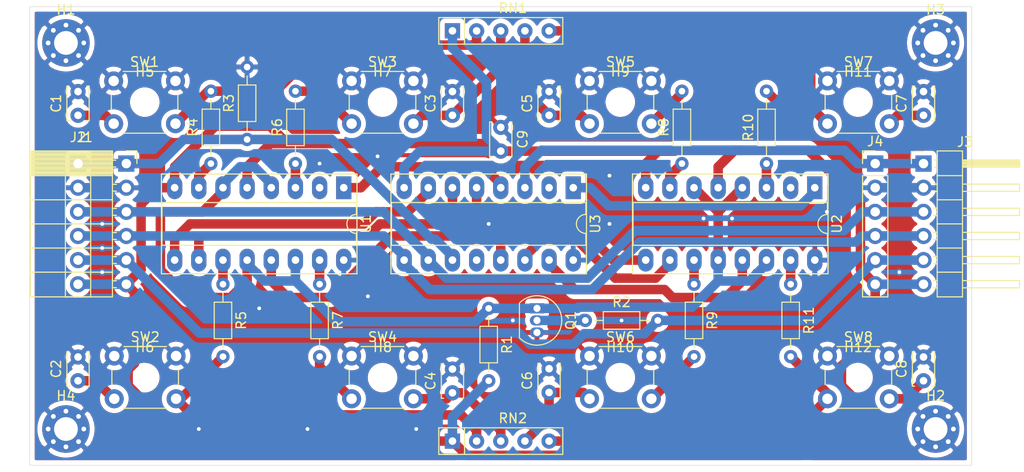
<source format=kicad_pcb>
(kicad_pcb (version 20171130) (host pcbnew "(5.1.5)-3")
  (layers (0 F.Cu signal) (31 B.Cu signal) (34 B.Paste user) (35 F.Paste user) (36 B.SilkS user) (37 F.SilkS user) (38 B.Mask user) (39 F.Mask user) (44 Edge.Cuts user))
  (net 0 "")
  (net 1 GND)
  (net 2 "Net-(C1-Pad1)")
  (net 3 "Net-(C2-Pad1)")
  (net 4 "Net-(C3-Pad1)")
  (net 5 "Net-(C4-Pad1)")
  (net 6 "Net-(C5-Pad1)")
  (net 7 "Net-(C6-Pad1)")
  (net 8 "Net-(C7-Pad1)")
  (net 9 "Net-(C8-Pad1)")
  (net 10 VCC)
  (net 11 /RESET)
  (net 12 /LOAD)
  (net 13 /CLOCK)
  (net 14 /DATA_IN)
  (net 15 /DATA_OUT)
  (net 16 "Net-(Q1-Pad1)")
  (net 17 "Net-(Q1-Pad2)")
  (net 18 "Net-(U1-Pad13)")
  (net 19 "Net-(U1-Pad10)")
  (net 20 "Net-(U1-Pad9)")
  (net 21 "Net-(U1-Pad1)")
  (net 22 "Net-(U2-Pad13)")
  (net 23 "Net-(U2-Pad10)")
  (net 24 "Net-(U2-Pad9)")
  (net 25 "Net-(U2-Pad1)")
  (net 26 "Net-(R4-Pad1)")
  (net 27 "Net-(R5-Pad1)")
  (net 28 "Net-(R6-Pad1)")
  (net 29 "Net-(R7-Pad1)")
  (net 30 "Net-(R8-Pad1)")
  (net 31 "Net-(R9-Pad1)")
  (net 32 "Net-(R10-Pad1)")
  (net 33 "Net-(R11-Pad1)")
  (module Resistor_THT:R_Axial_DIN0204_L3.6mm_D1.6mm_P7.62mm_Horizontal (layer F.Cu) (at 95.25 90.17 270)
    (fp_text reference R9 (at 3.81 -1.92 90) (layer F.SilkS))
    (fp_text value 10k)
    (pad 2 thru_hole oval (at 7.62 0 270) (size 1.4 1.4) (drill 0.7) (layers *.Cu *.Mask) (net 7 "Net-(C6-Pad1)"))
    (pad 1 thru_hole circle (at 0 0 270) (size 1.4 1.4) (drill 0.7) (layers *.Cu *.Mask) (net 31 "Net-(R9-Pad1)"))
  )
  (module Resistor_THT:R_Axial_DIN0204_L3.6mm_D1.6mm_P7.62mm_Horizontal (layer F.Cu) (at 105.41 90.17 270)
    (fp_text reference R11 (at 3.81 -1.92 90) (layer F.SilkS))
    (fp_text value 10k)
    (pad 2 thru_hole oval (at 7.62 0 270) (size 1.4 1.4) (drill 0.7) (layers *.Cu *.Mask) (net 9 "Net-(C8-Pad1)"))
    (pad 1 thru_hole circle (at 0 0 270) (size 1.4 1.4) (drill 0.7) (layers *.Cu *.Mask) (net 33 "Net-(R11-Pad1)"))
  )
  (module Resistor_THT:R_Axial_DIN0204_L3.6mm_D1.6mm_P7.62mm_Horizontal (layer F.Cu) (at 102.87 77.47 90)
    (fp_text reference R10 (at 3.81 -1.92 90) (layer F.SilkS))
    (fp_text value 10k)
    (pad 2 thru_hole oval (at 7.62 0 90) (size 1.4 1.4) (drill 0.7) (layers *.Cu *.Mask) (net 8 "Net-(C7-Pad1)"))
    (pad 1 thru_hole circle (at 0 0 90) (size 1.4 1.4) (drill 0.7) (layers *.Cu *.Mask) (net 32 "Net-(R10-Pad1)"))
  )
  (module Resistor_THT:R_Axial_DIN0204_L3.6mm_D1.6mm_P7.62mm_Horizontal (layer F.Cu) (at 93.98 77.47 90)
    (fp_text reference R8 (at 3.81 -1.92 90) (layer F.SilkS))
    (fp_text value 10k)
    (pad 2 thru_hole oval (at 7.62 0 90) (size 1.4 1.4) (drill 0.7) (layers *.Cu *.Mask) (net 6 "Net-(C5-Pad1)"))
    (pad 1 thru_hole circle (at 0 0 90) (size 1.4 1.4) (drill 0.7) (layers *.Cu *.Mask) (net 30 "Net-(R8-Pad1)"))
  )
  (module Resistor_THT:R_Axial_DIN0204_L3.6mm_D1.6mm_P7.62mm_Horizontal (layer F.Cu) (at 55.88 90.17 270)
    (fp_text reference R7 (at 3.81 -1.92 90) (layer F.SilkS))
    (fp_text value 10k)
    (pad 2 thru_hole oval (at 7.62 0 270) (size 1.4 1.4) (drill 0.7) (layers *.Cu *.Mask) (net 5 "Net-(C4-Pad1)"))
    (pad 1 thru_hole circle (at 0 0 270) (size 1.4 1.4) (drill 0.7) (layers *.Cu *.Mask) (net 29 "Net-(R7-Pad1)"))
  )
  (module Resistor_THT:R_Axial_DIN0204_L3.6mm_D1.6mm_P7.62mm_Horizontal (layer F.Cu) (at 53.34 77.47 90)
    (fp_text reference R6 (at 3.81 -1.92 90) (layer F.SilkS))
    (fp_text value 10k)
    (pad 2 thru_hole oval (at 7.62 0 90) (size 1.4 1.4) (drill 0.7) (layers *.Cu *.Mask) (net 4 "Net-(C3-Pad1)"))
    (pad 1 thru_hole circle (at 0 0 90) (size 1.4 1.4) (drill 0.7) (layers *.Cu *.Mask) (net 28 "Net-(R6-Pad1)"))
  )
  (module Resistor_THT:R_Axial_DIN0204_L3.6mm_D1.6mm_P7.62mm_Horizontal (layer F.Cu) (at 45.72 90.17 270)
    (fp_text reference R5 (at 3.81 -1.92 90) (layer F.SilkS))
    (fp_text value 10k)
    (pad 2 thru_hole oval (at 7.62 0 270) (size 1.4 1.4) (drill 0.7) (layers *.Cu *.Mask) (net 3 "Net-(C2-Pad1)"))
    (pad 1 thru_hole circle (at 0 0 270) (size 1.4 1.4) (drill 0.7) (layers *.Cu *.Mask) (net 27 "Net-(R5-Pad1)"))
  )
  (module Resistor_THT:R_Axial_DIN0204_L3.6mm_D1.6mm_P7.62mm_Horizontal (layer F.Cu) (at 44.45 77.47 90)
    (fp_text reference R4 (at 3.81 -1.92 90) (layer F.SilkS))
    (fp_text value 10k)
    (pad 2 thru_hole oval (at 7.62 0 90) (size 1.4 1.4) (drill 0.7) (layers *.Cu *.Mask) (net 2 "Net-(C1-Pad1)"))
    (pad 1 thru_hole circle (at 0 0 90) (size 1.4 1.4) (drill 0.7) (layers *.Cu *.Mask) (net 26 "Net-(R4-Pad1)"))
  )
  (module Package_DIP:DIP-16_W7.62mm_Socket_LongPads (layer F.Cu) (at 82.55 80.01 270)
    (fp_text reference U3 (at 3.81 -2.33 90) (layer F.SilkS))
    (fp_text value 4014)
    (pad 16 thru_hole oval (at 7.62 0 270) (size 2.4 1.6) (drill 0.8) (layers *.Cu *.Mask) (net 1 GND))
    (pad 8 thru_hole oval (at 0 17.78 270) (size 2.4 1.6) (drill 0.8) (layers *.Cu *.Mask) (net 10 VCC))
    (pad 15 thru_hole oval (at 7.62 2.54 270) (size 2.4 1.6) (drill 0.8) (layers *.Cu *.Mask) (net 22 "Net-(U2-Pad13)"))
    (pad 7 thru_hole oval (at 0 15.24 270) (size 2.4 1.6) (drill 0.8) (layers *.Cu *.Mask) (net 20 "Net-(U1-Pad9)"))
    (pad 14 thru_hole oval (at 7.62 5.08 270) (size 2.4 1.6) (drill 0.8) (layers *.Cu *.Mask) (net 23 "Net-(U2-Pad10)"))
    (pad 6 thru_hole oval (at 0 12.7 270) (size 2.4 1.6) (drill 0.8) (layers *.Cu *.Mask) (net 19 "Net-(U1-Pad10)"))
    (pad 13 thru_hole oval (at 7.62 7.62 270) (size 2.4 1.6) (drill 0.8) (layers *.Cu *.Mask) (net 24 "Net-(U2-Pad9)"))
    (pad 5 thru_hole oval (at 0 10.16 270) (size 2.4 1.6) (drill 0.8) (layers *.Cu *.Mask) (net 18 "Net-(U1-Pad13)"))
    (pad 12 thru_hole oval (at 7.62 10.16 270) (size 2.4 1.6) (drill 0.8) (layers *.Cu *.Mask))
    (pad 4 thru_hole oval (at 0 7.62 270) (size 2.4 1.6) (drill 0.8) (layers *.Cu *.Mask) (net 21 "Net-(U1-Pad1)"))
    (pad 11 thru_hole oval (at 7.62 12.7 270) (size 2.4 1.6) (drill 0.8) (layers *.Cu *.Mask) (net 14 /DATA_IN))
    (pad 3 thru_hole oval (at 0 5.08 270) (size 2.4 1.6) (drill 0.8) (layers *.Cu *.Mask) (net 15 /DATA_OUT))
    (pad 10 thru_hole oval (at 7.62 15.24 270) (size 2.4 1.6) (drill 0.8) (layers *.Cu *.Mask) (net 13 /CLOCK))
    (pad 2 thru_hole oval (at 0 2.54 270) (size 2.4 1.6) (drill 0.8) (layers *.Cu *.Mask))
    (pad 9 thru_hole oval (at 7.62 17.78 270) (size 2.4 1.6) (drill 0.8) (layers *.Cu *.Mask) (net 12 /LOAD))
    (pad 1 thru_hole rect (at 0 0 270) (size 2.4 1.6) (drill 0.8) (layers *.Cu *.Mask) (net 25 "Net-(U2-Pad1)"))
  )
  (module Package_DIP:DIP-16_W7.62mm_Socket_LongPads (layer F.Cu) (at 107.95 80.01 270)
    (fp_text reference U2 (at 3.81 -2.33 90) (layer F.SilkS))
    (fp_text value 4044)
    (pad 16 thru_hole oval (at 7.62 0 270) (size 2.4 1.6) (drill 0.8) (layers *.Cu *.Mask) (net 1 GND))
    (pad 8 thru_hole oval (at 0 17.78 270) (size 2.4 1.6) (drill 0.8) (layers *.Cu *.Mask) (net 10 VCC))
    (pad 15 thru_hole oval (at 7.62 2.54 270) (size 2.4 1.6) (drill 0.8) (layers *.Cu *.Mask) (net 33 "Net-(R11-Pad1)"))
    (pad 7 thru_hole oval (at 0 15.24 270) (size 2.4 1.6) (drill 0.8) (layers *.Cu *.Mask) (net 30 "Net-(R8-Pad1)"))
    (pad 14 thru_hole oval (at 7.62 5.08 270) (size 2.4 1.6) (drill 0.8) (layers *.Cu *.Mask) (net 16 "Net-(Q1-Pad1)"))
    (pad 6 thru_hole oval (at 0 12.7 270) (size 2.4 1.6) (drill 0.8) (layers *.Cu *.Mask) (net 16 "Net-(Q1-Pad1)"))
    (pad 13 thru_hole oval (at 7.62 7.62 270) (size 2.4 1.6) (drill 0.8) (layers *.Cu *.Mask) (net 22 "Net-(U2-Pad13)"))
    (pad 5 thru_hole oval (at 0 10.16 270) (size 2.4 1.6) (drill 0.8) (layers *.Cu *.Mask) (net 10 VCC))
    (pad 12 thru_hole oval (at 7.62 10.16 270) (size 2.4 1.6) (drill 0.8) (layers *.Cu *.Mask) (net 16 "Net-(Q1-Pad1)"))
    (pad 4 thru_hole oval (at 0 7.62 270) (size 2.4 1.6) (drill 0.8) (layers *.Cu *.Mask) (net 16 "Net-(Q1-Pad1)"))
    (pad 11 thru_hole oval (at 7.62 12.7 270) (size 2.4 1.6) (drill 0.8) (layers *.Cu *.Mask) (net 31 "Net-(R9-Pad1)"))
    (pad 3 thru_hole oval (at 0 5.08 270) (size 2.4 1.6) (drill 0.8) (layers *.Cu *.Mask) (net 32 "Net-(R10-Pad1)"))
    (pad 10 thru_hole oval (at 7.62 15.24 270) (size 2.4 1.6) (drill 0.8) (layers *.Cu *.Mask) (net 23 "Net-(U2-Pad10)"))
    (pad 2 thru_hole oval (at 0 2.54 270) (size 2.4 1.6) (drill 0.8) (layers *.Cu *.Mask))
    (pad 9 thru_hole oval (at 7.62 17.78 270) (size 2.4 1.6) (drill 0.8) (layers *.Cu *.Mask) (net 24 "Net-(U2-Pad9)"))
    (pad 1 thru_hole rect (at 0 0 270) (size 2.4 1.6) (drill 0.8) (layers *.Cu *.Mask) (net 25 "Net-(U2-Pad1)"))
  )
  (module Package_DIP:DIP-16_W7.62mm_Socket_LongPads (layer F.Cu) (at 58.42 80.01 270)
    (fp_text reference U1 (at 3.81 -2.33 90) (layer F.SilkS))
    (fp_text value 4044)
    (pad 16 thru_hole oval (at 7.62 0 270) (size 2.4 1.6) (drill 0.8) (layers *.Cu *.Mask) (net 1 GND))
    (pad 8 thru_hole oval (at 0 17.78 270) (size 2.4 1.6) (drill 0.8) (layers *.Cu *.Mask) (net 10 VCC))
    (pad 15 thru_hole oval (at 7.62 2.54 270) (size 2.4 1.6) (drill 0.8) (layers *.Cu *.Mask) (net 29 "Net-(R7-Pad1)"))
    (pad 7 thru_hole oval (at 0 15.24 270) (size 2.4 1.6) (drill 0.8) (layers *.Cu *.Mask) (net 26 "Net-(R4-Pad1)"))
    (pad 14 thru_hole oval (at 7.62 5.08 270) (size 2.4 1.6) (drill 0.8) (layers *.Cu *.Mask) (net 16 "Net-(Q1-Pad1)"))
    (pad 6 thru_hole oval (at 0 12.7 270) (size 2.4 1.6) (drill 0.8) (layers *.Cu *.Mask) (net 16 "Net-(Q1-Pad1)"))
    (pad 13 thru_hole oval (at 7.62 7.62 270) (size 2.4 1.6) (drill 0.8) (layers *.Cu *.Mask) (net 18 "Net-(U1-Pad13)"))
    (pad 5 thru_hole oval (at 0 10.16 270) (size 2.4 1.6) (drill 0.8) (layers *.Cu *.Mask) (net 10 VCC))
    (pad 12 thru_hole oval (at 7.62 10.16 270) (size 2.4 1.6) (drill 0.8) (layers *.Cu *.Mask) (net 16 "Net-(Q1-Pad1)"))
    (pad 4 thru_hole oval (at 0 7.62 270) (size 2.4 1.6) (drill 0.8) (layers *.Cu *.Mask) (net 16 "Net-(Q1-Pad1)"))
    (pad 11 thru_hole oval (at 7.62 12.7 270) (size 2.4 1.6) (drill 0.8) (layers *.Cu *.Mask) (net 27 "Net-(R5-Pad1)"))
    (pad 3 thru_hole oval (at 0 5.08 270) (size 2.4 1.6) (drill 0.8) (layers *.Cu *.Mask) (net 28 "Net-(R6-Pad1)"))
    (pad 10 thru_hole oval (at 7.62 15.24 270) (size 2.4 1.6) (drill 0.8) (layers *.Cu *.Mask) (net 19 "Net-(U1-Pad10)"))
    (pad 2 thru_hole oval (at 0 2.54 270) (size 2.4 1.6) (drill 0.8) (layers *.Cu *.Mask))
    (pad 9 thru_hole oval (at 7.62 17.78 270) (size 2.4 1.6) (drill 0.8) (layers *.Cu *.Mask) (net 20 "Net-(U1-Pad9)"))
    (pad 1 thru_hole rect (at 0 0 270) (size 2.4 1.6) (drill 0.8) (layers *.Cu *.Mask) (net 21 "Net-(U1-Pad1)"))
  )
  (module Resistor_THT:R_Array_SIP5 (layer F.Cu) (at 69.85 106.68)
    (fp_text reference RN2 (at 6.35 -2.4) (layer F.SilkS))
    (fp_text value 100k)
    (pad 5 thru_hole oval (at 10.16 0) (size 1.6 1.6) (drill 0.8) (layers *.Cu *.Mask) (net 9 "Net-(C8-Pad1)"))
    (pad 4 thru_hole oval (at 7.62 0) (size 1.6 1.6) (drill 0.8) (layers *.Cu *.Mask) (net 7 "Net-(C6-Pad1)"))
    (pad 3 thru_hole oval (at 5.08 0) (size 1.6 1.6) (drill 0.8) (layers *.Cu *.Mask) (net 5 "Net-(C4-Pad1)"))
    (pad 2 thru_hole oval (at 2.54 0) (size 1.6 1.6) (drill 0.8) (layers *.Cu *.Mask) (net 3 "Net-(C2-Pad1)"))
    (pad 1 thru_hole rect (at 0 0) (size 1.6 1.6) (drill 0.8) (layers *.Cu *.Mask) (net 10 VCC))
  )
  (module Resistor_THT:R_Array_SIP5 (layer F.Cu) (at 69.85 63.5)
    (fp_text reference RN1 (at 6.35 -2.4) (layer F.SilkS))
    (fp_text value 100k)
    (pad 5 thru_hole oval (at 10.16 0) (size 1.6 1.6) (drill 0.8) (layers *.Cu *.Mask) (net 8 "Net-(C7-Pad1)"))
    (pad 4 thru_hole oval (at 7.62 0) (size 1.6 1.6) (drill 0.8) (layers *.Cu *.Mask) (net 6 "Net-(C5-Pad1)"))
    (pad 3 thru_hole oval (at 5.08 0) (size 1.6 1.6) (drill 0.8) (layers *.Cu *.Mask) (net 4 "Net-(C3-Pad1)"))
    (pad 2 thru_hole oval (at 2.54 0) (size 1.6 1.6) (drill 0.8) (layers *.Cu *.Mask) (net 2 "Net-(C1-Pad1)"))
    (pad 1 thru_hole rect (at 0 0) (size 1.6 1.6) (drill 0.8) (layers *.Cu *.Mask) (net 10 VCC))
  )
  (module MountingHole:MountingHole_2.1mm (layer F.Cu) (at 112.5 100)
    (fp_text reference H12 (at 0 -3.2) (layer F.SilkS))
    (fp_text value MountingHole)
    (pad "" np_thru_hole circle (at 0 0) (size 2.1 2.1) (drill 2.1) (layers *.Cu *.Mask))
  )
  (module MountingHole:MountingHole_2.1mm (layer F.Cu) (at 112.5 71)
    (fp_text reference H11 (at 0 -3.2) (layer F.SilkS))
    (fp_text value MountingHole)
    (pad "" np_thru_hole circle (at 0 0) (size 2.1 2.1) (drill 2.1) (layers *.Cu *.Mask))
  )
  (module MountingHole:MountingHole_2.1mm (layer F.Cu) (at 87.5 100)
    (fp_text reference H10 (at 0 -3.2) (layer F.SilkS))
    (fp_text value MountingHole)
    (pad "" np_thru_hole circle (at 0 0) (size 2.1 2.1) (drill 2.1) (layers *.Cu *.Mask))
  )
  (module MountingHole:MountingHole_2.1mm (layer F.Cu) (at 87.5 71)
    (fp_text reference H9 (at 0 -3.2) (layer F.SilkS))
    (fp_text value MountingHole)
    (pad "" np_thru_hole circle (at 0 0) (size 2.1 2.1) (drill 2.1) (layers *.Cu *.Mask))
  )
  (module MountingHole:MountingHole_2.1mm (layer F.Cu) (at 62.5 100)
    (fp_text reference H8 (at 0 -3.2) (layer F.SilkS))
    (fp_text value MountingHole)
    (pad "" np_thru_hole circle (at 0 0) (size 2.1 2.1) (drill 2.1) (layers *.Cu *.Mask))
  )
  (module MountingHole:MountingHole_2.1mm (layer F.Cu) (at 62.5 71)
    (fp_text reference H7 (at 0 -3.2) (layer F.SilkS))
    (fp_text value MountingHole)
    (pad "" np_thru_hole circle (at 0 0) (size 2.1 2.1) (drill 2.1) (layers *.Cu *.Mask))
  )
  (module MountingHole:MountingHole_2.1mm (layer F.Cu) (at 37.5 100)
    (fp_text reference H6 (at 0 -3.2) (layer F.SilkS))
    (fp_text value MountingHole)
    (pad "" np_thru_hole circle (at 0 0) (size 2.1 2.1) (drill 2.1) (layers *.Cu *.Mask))
  )
  (module MountingHole:MountingHole_2.1mm (layer F.Cu) (at 37.5 71)
    (fp_text reference H5 (at 0 -3.2) (layer F.SilkS))
    (fp_text value MountingHole)
    (pad "" np_thru_hole circle (at 0 0) (size 2.1 2.1) (drill 2.1) (layers *.Cu *.Mask))
  )
  (module Button_Switch_THT:SW_PUSH_6mm (layer F.Cu) (at 109.2835 97.7265)
    (fp_text reference SW8 (at 3.25 -2) (layer F.SilkS))
    (fp_text value SW_Push)
    (pad 1 thru_hole circle (at 6.5 0 90) (size 2 2) (drill 1.1) (layers *.Cu *.Mask) (net 1 GND))
    (pad 2 thru_hole circle (at 6.5 4.5 90) (size 2 2) (drill 1.1) (layers *.Cu *.Mask) (net 9 "Net-(C8-Pad1)"))
    (pad 1 thru_hole circle (at 0 0 90) (size 2 2) (drill 1.1) (layers *.Cu *.Mask) (net 1 GND))
    (pad 2 thru_hole circle (at 0 4.5 90) (size 2 2) (drill 1.1) (layers *.Cu *.Mask) (net 9 "Net-(C8-Pad1)"))
  )
  (module Button_Switch_THT:SW_PUSH_6mm (layer F.Cu) (at 109.2835 68.7705)
    (fp_text reference SW7 (at 3.25 -2) (layer F.SilkS))
    (fp_text value SW_Push)
    (pad 1 thru_hole circle (at 6.5 0 90) (size 2 2) (drill 1.1) (layers *.Cu *.Mask) (net 1 GND))
    (pad 2 thru_hole circle (at 6.5 4.5 90) (size 2 2) (drill 1.1) (layers *.Cu *.Mask) (net 8 "Net-(C7-Pad1)"))
    (pad 1 thru_hole circle (at 0 0 90) (size 2 2) (drill 1.1) (layers *.Cu *.Mask) (net 1 GND))
    (pad 2 thru_hole circle (at 0 4.5 90) (size 2 2) (drill 1.1) (layers *.Cu *.Mask) (net 8 "Net-(C7-Pad1)"))
  )
  (module Button_Switch_THT:SW_PUSH_6mm (layer F.Cu) (at 84.2645 97.7265)
    (fp_text reference SW6 (at 3.25 -2) (layer F.SilkS))
    (fp_text value SW_Push)
    (pad 1 thru_hole circle (at 6.5 0 90) (size 2 2) (drill 1.1) (layers *.Cu *.Mask) (net 1 GND))
    (pad 2 thru_hole circle (at 6.5 4.5 90) (size 2 2) (drill 1.1) (layers *.Cu *.Mask) (net 7 "Net-(C6-Pad1)"))
    (pad 1 thru_hole circle (at 0 0 90) (size 2 2) (drill 1.1) (layers *.Cu *.Mask) (net 1 GND))
    (pad 2 thru_hole circle (at 0 4.5 90) (size 2 2) (drill 1.1) (layers *.Cu *.Mask) (net 7 "Net-(C6-Pad1)"))
  )
  (module Button_Switch_THT:SW_PUSH_6mm (layer F.Cu) (at 84.2645 68.7705)
    (fp_text reference SW5 (at 3.25 -2) (layer F.SilkS))
    (fp_text value SW_Push)
    (pad 1 thru_hole circle (at 6.5 0 90) (size 2 2) (drill 1.1) (layers *.Cu *.Mask) (net 1 GND))
    (pad 2 thru_hole circle (at 6.5 4.5 90) (size 2 2) (drill 1.1) (layers *.Cu *.Mask) (net 6 "Net-(C5-Pad1)"))
    (pad 1 thru_hole circle (at 0 0 90) (size 2 2) (drill 1.1) (layers *.Cu *.Mask) (net 1 GND))
    (pad 2 thru_hole circle (at 0 4.5 90) (size 2 2) (drill 1.1) (layers *.Cu *.Mask) (net 6 "Net-(C5-Pad1)"))
  )
  (module Button_Switch_THT:SW_PUSH_6mm (layer F.Cu) (at 59.2455 97.7265)
    (fp_text reference SW4 (at 3.25 -2) (layer F.SilkS))
    (fp_text value SW_Push)
    (pad 1 thru_hole circle (at 6.5 0 90) (size 2 2) (drill 1.1) (layers *.Cu *.Mask) (net 1 GND))
    (pad 2 thru_hole circle (at 6.5 4.5 90) (size 2 2) (drill 1.1) (layers *.Cu *.Mask) (net 5 "Net-(C4-Pad1)"))
    (pad 1 thru_hole circle (at 0 0 90) (size 2 2) (drill 1.1) (layers *.Cu *.Mask) (net 1 GND))
    (pad 2 thru_hole circle (at 0 4.5 90) (size 2 2) (drill 1.1) (layers *.Cu *.Mask) (net 5 "Net-(C4-Pad1)"))
  )
  (module Button_Switch_THT:SW_PUSH_6mm (layer F.Cu) (at 59.2455 68.7705)
    (fp_text reference SW3 (at 3.25 -2) (layer F.SilkS))
    (fp_text value SW_Push)
    (pad 1 thru_hole circle (at 6.5 0 90) (size 2 2) (drill 1.1) (layers *.Cu *.Mask) (net 1 GND))
    (pad 2 thru_hole circle (at 6.5 4.5 90) (size 2 2) (drill 1.1) (layers *.Cu *.Mask) (net 4 "Net-(C3-Pad1)"))
    (pad 1 thru_hole circle (at 0 0 90) (size 2 2) (drill 1.1) (layers *.Cu *.Mask) (net 1 GND))
    (pad 2 thru_hole circle (at 0 4.5 90) (size 2 2) (drill 1.1) (layers *.Cu *.Mask) (net 4 "Net-(C3-Pad1)"))
  )
  (module Button_Switch_THT:SW_PUSH_6mm (layer F.Cu) (at 34.29 97.7265)
    (fp_text reference SW2 (at 3.25 -2) (layer F.SilkS))
    (fp_text value SW_Push)
    (pad 1 thru_hole circle (at 6.5 0 90) (size 2 2) (drill 1.1) (layers *.Cu *.Mask) (net 1 GND))
    (pad 2 thru_hole circle (at 6.5 4.5 90) (size 2 2) (drill 1.1) (layers *.Cu *.Mask) (net 3 "Net-(C2-Pad1)"))
    (pad 1 thru_hole circle (at 0 0 90) (size 2 2) (drill 1.1) (layers *.Cu *.Mask) (net 1 GND))
    (pad 2 thru_hole circle (at 0 4.5 90) (size 2 2) (drill 1.1) (layers *.Cu *.Mask) (net 3 "Net-(C2-Pad1)"))
  )
  (module Button_Switch_THT:SW_PUSH_6mm (layer F.Cu) (at 34.2265 68.7705)
    (fp_text reference SW1 (at 3.25 -2) (layer F.SilkS))
    (fp_text value SW_Push)
    (pad 1 thru_hole circle (at 6.5 0 90) (size 2 2) (drill 1.1) (layers *.Cu *.Mask) (net 1 GND))
    (pad 2 thru_hole circle (at 6.5 4.5 90) (size 2 2) (drill 1.1) (layers *.Cu *.Mask) (net 2 "Net-(C1-Pad1)"))
    (pad 1 thru_hole circle (at 0 0 90) (size 2 2) (drill 1.1) (layers *.Cu *.Mask) (net 1 GND))
    (pad 2 thru_hole circle (at 0 4.5 90) (size 2 2) (drill 1.1) (layers *.Cu *.Mask) (net 2 "Net-(C1-Pad1)"))
  )
  (module Resistor_THT:R_Axial_DIN0204_L3.6mm_D1.6mm_P7.62mm_Horizontal (layer F.Cu) (at 48.26 74.93 90)
    (fp_text reference R3 (at 3.81 -1.92 90) (layer F.SilkS))
    (fp_text value 100k)
    (pad 2 thru_hole oval (at 7.62 0 90) (size 1.4 1.4) (drill 0.7) (layers *.Cu *.Mask) (net 1 GND))
    (pad 1 thru_hole circle (at 0 0 90) (size 1.4 1.4) (drill 0.7) (layers *.Cu *.Mask) (net 14 /DATA_IN))
  )
  (module Resistor_THT:R_Axial_DIN0204_L3.6mm_D1.6mm_P7.62mm_Horizontal (layer F.Cu) (at 83.82 93.98)
    (fp_text reference R2 (at 3.81 -1.92) (layer F.SilkS))
    (fp_text value 10k)
    (pad 2 thru_hole oval (at 7.62 0) (size 1.4 1.4) (drill 0.7) (layers *.Cu *.Mask) (net 11 /RESET))
    (pad 1 thru_hole circle (at 0 0) (size 1.4 1.4) (drill 0.7) (layers *.Cu *.Mask) (net 17 "Net-(Q1-Pad2)"))
  )
  (module Resistor_THT:R_Axial_DIN0204_L3.6mm_D1.6mm_P7.62mm_Horizontal (layer F.Cu) (at 73.66 92.71 270)
    (fp_text reference R1 (at 3.81 -1.92 90) (layer F.SilkS))
    (fp_text value 10k)
    (pad 2 thru_hole oval (at 7.62 0 270) (size 1.4 1.4) (drill 0.7) (layers *.Cu *.Mask) (net 10 VCC))
    (pad 1 thru_hole circle (at 0 0 270) (size 1.4 1.4) (drill 0.7) (layers *.Cu *.Mask) (net 16 "Net-(Q1-Pad1)"))
  )
  (module Package_TO_SOT_THT:TO-92_Inline (layer F.Cu) (at 78.74 92.71 270)
    (fp_text reference Q1 (at 1.27 -3.56 90) (layer F.SilkS))
    (fp_text value BC237)
    (pad 1 thru_hole rect (at 0 0 270) (size 1.05 1.5) (drill 0.75) (layers *.Cu *.Mask) (net 16 "Net-(Q1-Pad1)"))
    (pad 3 thru_hole oval (at 2.54 0 270) (size 1.05 1.5) (drill 0.75) (layers *.Cu *.Mask) (net 1 GND))
    (pad 2 thru_hole oval (at 1.27 0 270) (size 1.05 1.5) (drill 0.75) (layers *.Cu *.Mask) (net 17 "Net-(Q1-Pad2)"))
  )
  (module Connector_PinHeader_2.54mm:PinHeader_1x06_P2.54mm_Vertical (layer F.Cu) (at 114.3 77.47)
    (fp_text reference J4 (at 0 -2.33) (layer F.SilkS))
    (fp_text value S88_Out_Plug)
    (pad 6 thru_hole oval (at 0 12.7) (size 1.7 1.7) (drill 1) (layers *.Cu *.Mask) (net 10 VCC))
    (pad 5 thru_hole oval (at 0 10.16) (size 1.7 1.7) (drill 1) (layers *.Cu *.Mask) (net 11 /RESET))
    (pad 4 thru_hole oval (at 0 7.62) (size 1.7 1.7) (drill 1) (layers *.Cu *.Mask) (net 12 /LOAD))
    (pad 3 thru_hole oval (at 0 5.08) (size 1.7 1.7) (drill 1) (layers *.Cu *.Mask) (net 13 /CLOCK))
    (pad 2 thru_hole oval (at 0 2.54) (size 1.7 1.7) (drill 1) (layers *.Cu *.Mask) (net 1 GND))
    (pad 1 thru_hole rect (at 0 0) (size 1.7 1.7) (drill 1) (layers *.Cu *.Mask) (net 15 /DATA_OUT))
  )
  (module Connector_PinHeader_2.54mm:PinHeader_1x06_P2.54mm_Horizontal (layer F.Cu) (at 119.38 77.47)
    (fp_text reference J3 (at 4.385 -2.27) (layer F.SilkS))
    (fp_text value S88_Out_Header)
    (pad 6 thru_hole oval (at 0 12.7) (size 1.7 1.7) (drill 1) (layers *.Cu *.Mask) (net 10 VCC))
    (pad 5 thru_hole oval (at 0 10.16) (size 1.7 1.7) (drill 1) (layers *.Cu *.Mask) (net 11 /RESET))
    (pad 4 thru_hole oval (at 0 7.62) (size 1.7 1.7) (drill 1) (layers *.Cu *.Mask) (net 12 /LOAD))
    (pad 3 thru_hole oval (at 0 5.08) (size 1.7 1.7) (drill 1) (layers *.Cu *.Mask) (net 13 /CLOCK))
    (pad 2 thru_hole oval (at 0 2.54) (size 1.7 1.7) (drill 1) (layers *.Cu *.Mask) (net 1 GND))
    (pad 1 thru_hole rect (at 0 0) (size 1.7 1.7) (drill 1) (layers *.Cu *.Mask) (net 15 /DATA_OUT))
  )
  (module Connector_PinSocket_2.54mm:PinSocket_1x06_P2.54mm_Vertical (layer F.Cu) (at 30.48 77.47)
    (fp_text reference J2 (at 0 -2.77) (layer F.SilkS))
    (fp_text value S88_In_Plug)
    (pad 6 thru_hole oval (at 0 12.7) (size 1.7 1.7) (drill 1) (layers *.Cu *.Mask) (net 10 VCC))
    (pad 5 thru_hole oval (at 0 10.16) (size 1.7 1.7) (drill 1) (layers *.Cu *.Mask) (net 11 /RESET))
    (pad 4 thru_hole oval (at 0 7.62) (size 1.7 1.7) (drill 1) (layers *.Cu *.Mask) (net 12 /LOAD))
    (pad 3 thru_hole oval (at 0 5.08) (size 1.7 1.7) (drill 1) (layers *.Cu *.Mask) (net 13 /CLOCK))
    (pad 2 thru_hole oval (at 0 2.54) (size 1.7 1.7) (drill 1) (layers *.Cu *.Mask) (net 1 GND))
    (pad 1 thru_hole rect (at 0 0) (size 1.7 1.7) (drill 1) (layers *.Cu *.Mask) (net 14 /DATA_IN))
  )
  (module Connector_PinSocket_2.54mm:PinSocket_1x06_P2.54mm_Horizontal (layer F.Cu) (at 35.56 77.47)
    (fp_text reference J1 (at -4.38 -2.77) (layer F.SilkS))
    (fp_text value S88_In_Header)
    (pad 6 thru_hole oval (at 0 12.7) (size 1.7 1.7) (drill 1) (layers *.Cu *.Mask) (net 10 VCC))
    (pad 5 thru_hole oval (at 0 10.16) (size 1.7 1.7) (drill 1) (layers *.Cu *.Mask) (net 11 /RESET))
    (pad 4 thru_hole oval (at 0 7.62) (size 1.7 1.7) (drill 1) (layers *.Cu *.Mask) (net 12 /LOAD))
    (pad 3 thru_hole oval (at 0 5.08) (size 1.7 1.7) (drill 1) (layers *.Cu *.Mask) (net 13 /CLOCK))
    (pad 2 thru_hole oval (at 0 2.54) (size 1.7 1.7) (drill 1) (layers *.Cu *.Mask) (net 1 GND))
    (pad 1 thru_hole rect (at 0 0) (size 1.7 1.7) (drill 1) (layers *.Cu *.Mask) (net 14 /DATA_IN))
  )
  (module MountingHole:MountingHole_2.5mm_Pad_Via (layer F.Cu) (at 29.21 105.41)
    (fp_text reference H4 (at 0 -3.5) (layer F.SilkS))
    (fp_text value MountingHole_Pad)
    (pad 1 thru_hole circle (at 1.325825 -1.325825) (size 0.8 0.8) (drill 0.5) (layers *.Cu *.Mask) (net 1 GND))
    (pad 1 thru_hole circle (at 0 -1.875) (size 0.8 0.8) (drill 0.5) (layers *.Cu *.Mask) (net 1 GND))
    (pad 1 thru_hole circle (at -1.325825 -1.325825) (size 0.8 0.8) (drill 0.5) (layers *.Cu *.Mask) (net 1 GND))
    (pad 1 thru_hole circle (at -1.875 0) (size 0.8 0.8) (drill 0.5) (layers *.Cu *.Mask) (net 1 GND))
    (pad 1 thru_hole circle (at -1.325825 1.325825) (size 0.8 0.8) (drill 0.5) (layers *.Cu *.Mask) (net 1 GND))
    (pad 1 thru_hole circle (at 0 1.875) (size 0.8 0.8) (drill 0.5) (layers *.Cu *.Mask) (net 1 GND))
    (pad 1 thru_hole circle (at 1.325825 1.325825) (size 0.8 0.8) (drill 0.5) (layers *.Cu *.Mask) (net 1 GND))
    (pad 1 thru_hole circle (at 1.875 0) (size 0.8 0.8) (drill 0.5) (layers *.Cu *.Mask) (net 1 GND))
    (pad 1 thru_hole circle (at 0 0) (size 5 5) (drill 2.5) (layers *.Cu *.Mask) (net 1 GND))
  )
  (module MountingHole:MountingHole_2.5mm_Pad_Via (layer F.Cu) (at 120.65 64.77)
    (fp_text reference H3 (at 0 -3.5) (layer F.SilkS))
    (fp_text value MountingHole_Pad)
    (pad 1 thru_hole circle (at 1.325825 -1.325825) (size 0.8 0.8) (drill 0.5) (layers *.Cu *.Mask) (net 1 GND))
    (pad 1 thru_hole circle (at 0 -1.875) (size 0.8 0.8) (drill 0.5) (layers *.Cu *.Mask) (net 1 GND))
    (pad 1 thru_hole circle (at -1.325825 -1.325825) (size 0.8 0.8) (drill 0.5) (layers *.Cu *.Mask) (net 1 GND))
    (pad 1 thru_hole circle (at -1.875 0) (size 0.8 0.8) (drill 0.5) (layers *.Cu *.Mask) (net 1 GND))
    (pad 1 thru_hole circle (at -1.325825 1.325825) (size 0.8 0.8) (drill 0.5) (layers *.Cu *.Mask) (net 1 GND))
    (pad 1 thru_hole circle (at 0 1.875) (size 0.8 0.8) (drill 0.5) (layers *.Cu *.Mask) (net 1 GND))
    (pad 1 thru_hole circle (at 1.325825 1.325825) (size 0.8 0.8) (drill 0.5) (layers *.Cu *.Mask) (net 1 GND))
    (pad 1 thru_hole circle (at 1.875 0) (size 0.8 0.8) (drill 0.5) (layers *.Cu *.Mask) (net 1 GND))
    (pad 1 thru_hole circle (at 0 0) (size 5 5) (drill 2.5) (layers *.Cu *.Mask) (net 1 GND))
  )
  (module MountingHole:MountingHole_2.5mm_Pad_Via (layer F.Cu) (at 120.65 105.41)
    (fp_text reference H2 (at 0 -3.5) (layer F.SilkS))
    (fp_text value MountingHole_Pad)
    (pad 1 thru_hole circle (at 1.325825 -1.325825) (size 0.8 0.8) (drill 0.5) (layers *.Cu *.Mask) (net 1 GND))
    (pad 1 thru_hole circle (at 0 -1.875) (size 0.8 0.8) (drill 0.5) (layers *.Cu *.Mask) (net 1 GND))
    (pad 1 thru_hole circle (at -1.325825 -1.325825) (size 0.8 0.8) (drill 0.5) (layers *.Cu *.Mask) (net 1 GND))
    (pad 1 thru_hole circle (at -1.875 0) (size 0.8 0.8) (drill 0.5) (layers *.Cu *.Mask) (net 1 GND))
    (pad 1 thru_hole circle (at -1.325825 1.325825) (size 0.8 0.8) (drill 0.5) (layers *.Cu *.Mask) (net 1 GND))
    (pad 1 thru_hole circle (at 0 1.875) (size 0.8 0.8) (drill 0.5) (layers *.Cu *.Mask) (net 1 GND))
    (pad 1 thru_hole circle (at 1.325825 1.325825) (size 0.8 0.8) (drill 0.5) (layers *.Cu *.Mask) (net 1 GND))
    (pad 1 thru_hole circle (at 1.875 0) (size 0.8 0.8) (drill 0.5) (layers *.Cu *.Mask) (net 1 GND))
    (pad 1 thru_hole circle (at 0 0) (size 5 5) (drill 2.5) (layers *.Cu *.Mask) (net 1 GND))
  )
  (module MountingHole:MountingHole_2.5mm_Pad_Via (layer F.Cu) (at 29.21 64.77)
    (fp_text reference H1 (at 0 -3.5) (layer F.SilkS))
    (fp_text value MountingHole_Pad)
    (pad 1 thru_hole circle (at 1.325825 -1.325825) (size 0.8 0.8) (drill 0.5) (layers *.Cu *.Mask) (net 1 GND))
    (pad 1 thru_hole circle (at 0 -1.875) (size 0.8 0.8) (drill 0.5) (layers *.Cu *.Mask) (net 1 GND))
    (pad 1 thru_hole circle (at -1.325825 -1.325825) (size 0.8 0.8) (drill 0.5) (layers *.Cu *.Mask) (net 1 GND))
    (pad 1 thru_hole circle (at -1.875 0) (size 0.8 0.8) (drill 0.5) (layers *.Cu *.Mask) (net 1 GND))
    (pad 1 thru_hole circle (at -1.325825 1.325825) (size 0.8 0.8) (drill 0.5) (layers *.Cu *.Mask) (net 1 GND))
    (pad 1 thru_hole circle (at 0 1.875) (size 0.8 0.8) (drill 0.5) (layers *.Cu *.Mask) (net 1 GND))
    (pad 1 thru_hole circle (at 1.325825 1.325825) (size 0.8 0.8) (drill 0.5) (layers *.Cu *.Mask) (net 1 GND))
    (pad 1 thru_hole circle (at 1.875 0) (size 0.8 0.8) (drill 0.5) (layers *.Cu *.Mask) (net 1 GND))
    (pad 1 thru_hole circle (at 0 0) (size 5 5) (drill 2.5) (layers *.Cu *.Mask) (net 1 GND))
  )
  (module Capacitor_THT:C_Disc_D3.4mm_W2.1mm_P2.50mm (layer F.Cu) (at 74.93 73.66 270)
    (fp_text reference C9 (at 1.25 -2.3 90) (layer F.SilkS))
    (fp_text value 100n)
    (pad 2 thru_hole circle (at 2.5 0 270) (size 1.6 1.6) (drill 0.8) (layers *.Cu *.Mask) (net 10 VCC))
    (pad 1 thru_hole circle (at 0 0 270) (size 1.6 1.6) (drill 0.8) (layers *.Cu *.Mask) (net 1 GND))
  )
  (module Capacitor_THT:C_Disc_D3.4mm_W2.1mm_P2.50mm (layer F.Cu) (at 119.38 100.33 90)
    (fp_text reference C8 (at 1.25 -2.3 90) (layer F.SilkS))
    (fp_text value 10n)
    (pad 2 thru_hole circle (at 2.5 0 90) (size 1.6 1.6) (drill 0.8) (layers *.Cu *.Mask) (net 1 GND))
    (pad 1 thru_hole circle (at 0 0 90) (size 1.6 1.6) (drill 0.8) (layers *.Cu *.Mask) (net 9 "Net-(C8-Pad1)"))
  )
  (module Capacitor_THT:C_Disc_D3.4mm_W2.1mm_P2.50mm (layer F.Cu) (at 119.38 72.39 90)
    (fp_text reference C7 (at 1.25 -2.3 90) (layer F.SilkS))
    (fp_text value 10n)
    (pad 2 thru_hole circle (at 2.5 0 90) (size 1.6 1.6) (drill 0.8) (layers *.Cu *.Mask) (net 1 GND))
    (pad 1 thru_hole circle (at 0 0 90) (size 1.6 1.6) (drill 0.8) (layers *.Cu *.Mask) (net 8 "Net-(C7-Pad1)"))
  )
  (module Capacitor_THT:C_Disc_D3.4mm_W2.1mm_P2.50mm (layer F.Cu) (at 80.01 101.56 90)
    (fp_text reference C6 (at 1.25 -2.3 90) (layer F.SilkS))
    (fp_text value 10n)
    (pad 2 thru_hole circle (at 2.5 0 90) (size 1.6 1.6) (drill 0.8) (layers *.Cu *.Mask) (net 1 GND))
    (pad 1 thru_hole circle (at 0 0 90) (size 1.6 1.6) (drill 0.8) (layers *.Cu *.Mask) (net 7 "Net-(C6-Pad1)"))
  )
  (module Capacitor_THT:C_Disc_D3.4mm_W2.1mm_P2.50mm (layer F.Cu) (at 80.01 72.39 90)
    (fp_text reference C5 (at 1.25 -2.3 90) (layer F.SilkS))
    (fp_text value 10n)
    (pad 2 thru_hole circle (at 2.5 0 90) (size 1.6 1.6) (drill 0.8) (layers *.Cu *.Mask) (net 1 GND))
    (pad 1 thru_hole circle (at 0 0 90) (size 1.6 1.6) (drill 0.8) (layers *.Cu *.Mask) (net 6 "Net-(C5-Pad1)"))
  )
  (module Capacitor_THT:C_Disc_D3.4mm_W2.1mm_P2.50mm (layer F.Cu) (at 69.85 101.6 90)
    (fp_text reference C4 (at 1.25 -2.3 90) (layer F.SilkS))
    (fp_text value 10n)
    (pad 2 thru_hole circle (at 2.5 0 90) (size 1.6 1.6) (drill 0.8) (layers *.Cu *.Mask) (net 1 GND))
    (pad 1 thru_hole circle (at 0 0 90) (size 1.6 1.6) (drill 0.8) (layers *.Cu *.Mask) (net 5 "Net-(C4-Pad1)"))
  )
  (module Capacitor_THT:C_Disc_D3.4mm_W2.1mm_P2.50mm (layer F.Cu) (at 69.85 72.39 90)
    (fp_text reference C3 (at 1.25 -2.3 90) (layer F.SilkS))
    (fp_text value 10n)
    (pad 2 thru_hole circle (at 2.5 0 90) (size 1.6 1.6) (drill 0.8) (layers *.Cu *.Mask) (net 1 GND))
    (pad 1 thru_hole circle (at 0 0 90) (size 1.6 1.6) (drill 0.8) (layers *.Cu *.Mask) (net 4 "Net-(C3-Pad1)"))
  )
  (module Capacitor_THT:C_Disc_D3.4mm_W2.1mm_P2.50mm (layer F.Cu) (at 30.48 100.33 90)
    (fp_text reference C2 (at 1.25 -2.3 90) (layer F.SilkS))
    (fp_text value 10n)
    (pad 2 thru_hole circle (at 2.5 0 90) (size 1.6 1.6) (drill 0.8) (layers *.Cu *.Mask) (net 1 GND))
    (pad 1 thru_hole circle (at 0 0 90) (size 1.6 1.6) (drill 0.8) (layers *.Cu *.Mask) (net 3 "Net-(C2-Pad1)"))
  )
  (module Capacitor_THT:C_Disc_D3.4mm_W2.1mm_P2.50mm (layer F.Cu) (at 30.48 72.39 90)
    (fp_text reference C1 (at 1.25 -2.3 90) (layer F.SilkS))
    (fp_text value 10n)
    (pad 2 thru_hole circle (at 2.5 0 90) (size 1.6 1.6) (drill 0.8) (layers *.Cu *.Mask) (net 1 GND))
    (pad 1 thru_hole circle (at 0 0 90) (size 1.6 1.6) (drill 0.8) (layers *.Cu *.Mask) (net 2 "Net-(C1-Pad1)"))
  )
  (gr_line (start 25.4 60.96) (end 25.4 109.22) (layer Edge.Cuts) (width 0.05))
  (gr_line (start 124.46 60.96) (end 25.4 60.96) (layer Edge.Cuts) (width 0.05))
  (gr_line (start 124.46 109.22) (end 124.46 60.96) (layer Edge.Cuts) (width 0.05))
  (gr_line (start 25.4 109.22) (end 124.46 109.22) (layer Edge.Cuts) (width 0.05))
  (via (at 76.2 93.98) (size 0.8) (drill 0.4) (layers F.Cu B.Cu) (net 1))
  (segment (start 30.48 80.01) (end 35.56 80.01) (width 1) (layer B.Cu) (net 1))
  (segment (start 114.3 80.01) (end 119.38 80.01) (width 1) (layer B.Cu) (net 1))
  (via (at 60.96 91.44) (size 0.8) (drill 0.4) (layers F.Cu B.Cu) (net 1))
  (via (at 86.36 78.74) (size 0.8) (drill 0.4) (layers F.Cu B.Cu) (net 1))
  (via (at 73.66 83.82) (size 0.8) (drill 0.4) (layers F.Cu B.Cu) (net 1))
  (via (at 86.36 83.82) (size 0.8) (drill 0.4) (layers F.Cu B.Cu) (net 1))
  (via (at 109.22 82.55) (size 0.8) (drill 0.4) (layers F.Cu B.Cu) (net 1))
  (via (at 96.25 83.25) (size 0.8) (drill 0.4) (layers F.Cu B.Cu) (net 1))
  (via (at 99.25 83.25) (size 0.8) (drill 0.4) (layers F.Cu B.Cu) (net 1))
  (via (at 49.53 92.71) (size 0.8) (drill 0.4) (layers F.Cu B.Cu) (net 1))
  (via (at 87.63 93.98) (size 0.8) (drill 0.4) (layers F.Cu B.Cu) (net 1))
  (via (at 55.88 77.47) (size 0.8) (drill 0.4) (layers F.Cu B.Cu) (net 1))
  (via (at 61.976 76.708) (size 0.8) (drill 0.4) (layers F.Cu B.Cu) (net 1))
  (via (at 33.02 83.82) (size 0.8) (drill 0.4) (layers F.Cu B.Cu) (net 1))
  (via (at 33.02 86.36) (size 0.8) (drill 0.4) (layers F.Cu B.Cu) (net 1))
  (via (at 33.02 88.9) (size 0.8) (drill 0.4) (layers F.Cu B.Cu) (net 1))
  (via (at 116.84 88.9) (size 0.8) (drill 0.4) (layers F.Cu B.Cu) (net 1))
  (via (at 66.04 105.41) (size 0.8) (drill 0.4) (layers F.Cu B.Cu) (net 1))
  (via (at 43.18 105.41) (size 0.8) (drill 0.4) (layers F.Cu B.Cu) (net 1))
  (via (at 54.61 105.41) (size 0.8) (drill 0.4) (layers F.Cu B.Cu) (net 1))
  (segment (start 72.39 64.63137) (end 72.39 63.5) (width 1) (layer F.Cu) (net 2))
  (segment (start 56.117997 65.000001) (end 72.021369 65.000001) (width 1) (layer F.Cu) (net 2))
  (segment (start 51.267998 69.85) (end 56.117997 65.000001) (width 1) (layer F.Cu) (net 2))
  (segment (start 72.021369 65.000001) (end 72.39 64.63137) (width 1) (layer F.Cu) (net 2))
  (segment (start 44.45 69.85) (end 51.267998 69.85) (width 1) (layer F.Cu) (net 2))
  (segment (start 44.147 69.85) (end 40.7265 73.2705) (width 1) (layer F.Cu) (net 2))
  (segment (start 44.45 69.85) (end 44.147 69.85) (width 1) (layer F.Cu) (net 2))
  (segment (start 33.346 72.39) (end 34.2265 73.2705) (width 1) (layer F.Cu) (net 2))
  (segment (start 30.48 72.39) (end 33.346 72.39) (width 1) (layer F.Cu) (net 2))
  (segment (start 32.33 100.33) (end 34.29 102.29) (width 1) (layer F.Cu) (net 3))
  (segment (start 30.48 100.33) (end 32.33 100.33) (width 1) (layer F.Cu) (net 3))
  (segment (start 40.79 102.29) (end 41.22 102.29) (width 1) (layer F.Cu) (net 3))
  (segment (start 41.789999 103.226499) (end 40.79 102.2265) (width 1) (layer F.Cu) (net 3))
  (segment (start 42.490001 103.926501) (end 41.789999 103.226499) (width 1) (layer F.Cu) (net 3))
  (segment (start 70.767871 103.926501) (end 42.490001 103.926501) (width 1) (layer F.Cu) (net 3))
  (segment (start 72.39 105.54863) (end 70.767871 103.926501) (width 1) (layer F.Cu) (net 3))
  (segment (start 72.39 106.68) (end 72.39 105.54863) (width 1) (layer F.Cu) (net 3))
  (segment (start 41.2835 102.2265) (end 45.72 97.79) (width 1) (layer F.Cu) (net 3))
  (segment (start 40.79 102.2265) (end 41.2835 102.2265) (width 1) (layer F.Cu) (net 3))
  (segment (start 74.93 67.31) (end 74.93 63.5) (width 1) (layer F.Cu) (net 4))
  (segment (start 69.85 72.39) (end 74.93 67.31) (width 1) (layer F.Cu) (net 4))
  (segment (start 66.626 72.39) (end 65.7455 73.2705) (width 1) (layer F.Cu) (net 4))
  (segment (start 69.85 72.39) (end 66.626 72.39) (width 1) (layer F.Cu) (net 4))
  (segment (start 55.825 69.85) (end 59.2455 73.2705) (width 1) (layer F.Cu) (net 4))
  (segment (start 53.34 69.85) (end 55.825 69.85) (width 1) (layer F.Cu) (net 4))
  (segment (start 74.93 105.54863) (end 74.93 106.68) (width 1) (layer F.Cu) (net 5))
  (segment (start 70.98137 101.6) (end 74.93 105.54863) (width 1) (layer F.Cu) (net 5))
  (segment (start 69.85 101.6) (end 70.98137 101.6) (width 1) (layer F.Cu) (net 5))
  (segment (start 55.88 98.861) (end 59.2455 102.2265) (width 1) (layer F.Cu) (net 5))
  (segment (start 55.88 97.79) (end 55.88 98.861) (width 1) (layer F.Cu) (net 5))
  (segment (start 69.2235 102.2265) (end 69.85 101.6) (width 1) (layer F.Cu) (net 5))
  (segment (start 65.7455 102.2265) (end 69.2235 102.2265) (width 1) (layer F.Cu) (net 5))
  (segment (start 77.47 69.85) (end 77.47 63.5) (width 1) (layer F.Cu) (net 6))
  (segment (start 80.01 72.39) (end 77.47 69.85) (width 1) (layer F.Cu) (net 6))
  (segment (start 90.32 73.08) (end 90.75 73.08) (width 1) (layer F.Cu) (net 6))
  (segment (start 83.384 72.39) (end 84.2645 73.2705) (width 1) (layer F.Cu) (net 6))
  (segment (start 80.01 72.39) (end 83.384 72.39) (width 1) (layer F.Cu) (net 6))
  (segment (start 93.98 70.055) (end 90.7645 73.2705) (width 1) (layer F.Cu) (net 6))
  (segment (start 93.98 69.85) (end 93.98 70.055) (width 1) (layer F.Cu) (net 6))
  (segment (start 80.01 104.14) (end 77.47 106.68) (width 1) (layer F.Cu) (net 7))
  (segment (start 80.01 101.56) (end 80.01 104.14) (width 1) (layer F.Cu) (net 7))
  (segment (start 90.32 102.29) (end 90.75 102.29) (width 1) (layer F.Cu) (net 7))
  (segment (start 83.598 101.56) (end 84.2645 102.2265) (width 1) (layer F.Cu) (net 7))
  (segment (start 80.01 101.56) (end 83.598 101.56) (width 1) (layer F.Cu) (net 7))
  (segment (start 90.8135 102.2265) (end 95.25 97.79) (width 1) (layer F.Cu) (net 7))
  (segment (start 90.7645 102.2265) (end 90.8135 102.2265) (width 1) (layer F.Cu) (net 7))
  (segment (start 107.519999 71.379999) (end 107.519999 66.879999) (width 1) (layer F.Cu) (net 8))
  (segment (start 104.14 63.5) (end 80.01 63.5) (width 1) (layer F.Cu) (net 8))
  (segment (start 107.519999 66.879999) (end 104.14 63.5) (width 1) (layer F.Cu) (net 8))
  (segment (start 104.399999 71.379999) (end 102.87 69.85) (width 1) (layer F.Cu) (net 8))
  (segment (start 107.519999 71.379999) (end 104.399999 71.379999) (width 1) (layer F.Cu) (net 8))
  (segment (start 116.664 72.39) (end 115.7835 73.2705) (width 1) (layer F.Cu) (net 8))
  (segment (start 119.38 72.39) (end 116.664 72.39) (width 1) (layer F.Cu) (net 8))
  (segment (start 107.519999 71.506999) (end 109.2835 73.2705) (width 1) (layer F.Cu) (net 8))
  (segment (start 107.519999 71.379999) (end 107.519999 71.506999) (width 1) (layer F.Cu) (net 8))
  (segment (start 80.01 106.68) (end 104.83 106.68) (width 1) (layer F.Cu) (net 9))
  (segment (start 104.83 106.68) (end 109.2835 102.2265) (width 1) (layer F.Cu) (net 9))
  (segment (start 109.2835 101.6635) (end 105.41 97.79) (width 1) (layer F.Cu) (net 9))
  (segment (start 109.2835 102.2265) (end 109.2835 101.6635) (width 1) (layer F.Cu) (net 9))
  (segment (start 117.4835 102.2265) (end 119.38 100.33) (width 1) (layer F.Cu) (net 9))
  (segment (start 115.7835 102.2265) (end 117.4835 102.2265) (width 1) (layer F.Cu) (net 9))
  (segment (start 30.48 90.17) (end 35.56 90.17) (width 1) (layer B.Cu) (net 10))
  (segment (start 114.3 90.17) (end 119.38 90.17) (width 1) (layer B.Cu) (net 10))
  (segment (start 37.110001 81.739999) (end 38.84 80.01) (width 1) (layer F.Cu) (net 10))
  (segment (start 38.84 80.01) (end 40.64 80.01) (width 1) (layer F.Cu) (net 10))
  (segment (start 37.110001 88.619999) (end 37.110001 81.739999) (width 1) (layer F.Cu) (net 10))
  (segment (start 35.56 90.17) (end 37.110001 88.619999) (width 1) (layer F.Cu) (net 10))
  (segment (start 64.77 77.81) (end 64.77 80.01) (width 1) (layer B.Cu) (net 10))
  (segment (start 66.42 76.16) (end 64.77 77.81) (width 1) (layer B.Cu) (net 10))
  (segment (start 74.93 76.16) (end 66.42 76.16) (width 1) (layer B.Cu) (net 10))
  (segment (start 90.17 77.81) (end 90.17 80.01) (width 1) (layer F.Cu) (net 10))
  (segment (start 74.93 76.16) (end 88.52 76.16) (width 1) (layer F.Cu) (net 10))
  (segment (start 73.429999 68.879999) (end 69.85 65.3) (width 1) (layer B.Cu) (net 10))
  (segment (start 73.429999 74.659999) (end 73.429999 68.879999) (width 1) (layer B.Cu) (net 10))
  (segment (start 69.85 65.3) (end 69.85 63.5) (width 1) (layer B.Cu) (net 10))
  (segment (start 74.93 76.16) (end 73.429999 74.659999) (width 1) (layer B.Cu) (net 10))
  (segment (start 48.26 79.61) (end 48.26 80.01) (width 1) (layer F.Cu) (net 10))
  (segment (start 113.450001 89.320001) (end 114.3 90.17) (width 1) (layer F.Cu) (net 10))
  (segment (start 112.749999 81.549997) (end 112.749999 88.619999) (width 1) (layer F.Cu) (net 10))
  (segment (start 107.270001 76.069999) (end 112.749999 81.549997) (width 1) (layer F.Cu) (net 10))
  (segment (start 93.217998 76.16) (end 93.307999 76.069999) (width 1) (layer F.Cu) (net 10))
  (segment (start 112.749999 88.619999) (end 113.450001 89.320001) (width 1) (layer F.Cu) (net 10))
  (segment (start 90.17 77.47) (end 91.48 76.16) (width 1) (layer F.Cu) (net 10))
  (segment (start 88.52 76.16) (end 91.48 76.16) (width 1) (layer F.Cu) (net 10))
  (segment (start 90.17 77.81) (end 90.17 77.47) (width 1) (layer F.Cu) (net 10))
  (segment (start 91.48 76.16) (end 93.217998 76.16) (width 1) (layer F.Cu) (net 10))
  (segment (start 97.79 77.81) (end 97.79 80.01) (width 1) (layer F.Cu) (net 10))
  (segment (start 100.199999 76.069999) (end 107.270001 76.069999) (width 1) (layer F.Cu) (net 10))
  (segment (start 99.530001 76.069999) (end 97.79 77.81) (width 1) (layer F.Cu) (net 10))
  (segment (start 100.199999 76.069999) (end 99.530001 76.069999) (width 1) (layer F.Cu) (net 10))
  (segment (start 93.307999 76.069999) (end 100.199999 76.069999) (width 1) (layer F.Cu) (net 10))
  (segment (start 41.589998 106.68) (end 68.05 106.68) (width 1) (layer F.Cu) (net 10))
  (segment (start 35.749999 100.840001) (end 41.589998 106.68) (width 1) (layer F.Cu) (net 10))
  (segment (start 35.749999 99.159999) (end 35.749999 100.840001) (width 1) (layer F.Cu) (net 10))
  (segment (start 36.409999 98.499999) (end 35.749999 99.159999) (width 1) (layer F.Cu) (net 10))
  (segment (start 68.05 106.68) (end 69.85 106.68) (width 1) (layer F.Cu) (net 10))
  (segment (start 36.409999 91.019999) (end 36.409999 98.499999) (width 1) (layer F.Cu) (net 10))
  (segment (start 35.56 90.17) (end 36.409999 91.019999) (width 1) (layer F.Cu) (net 10))
  (segment (start 114.3 91.372081) (end 114.3 90.17) (width 1) (layer F.Cu) (net 10))
  (segment (start 110.749999 100.840001) (end 110.749999 98.776003) (width 1) (layer F.Cu) (net 10))
  (segment (start 111.659999 102.970001) (end 111.659999 101.750001) (width 1) (layer F.Cu) (net 10))
  (segment (start 110.749999 98.776003) (end 114.3 95.226002) (width 1) (layer F.Cu) (net 10))
  (segment (start 106.449999 108.180001) (end 111.659999 102.970001) (width 1) (layer F.Cu) (net 10))
  (segment (start 71.350001 108.180001) (end 106.449999 108.180001) (width 1) (layer F.Cu) (net 10))
  (segment (start 114.3 95.226002) (end 114.3 91.372081) (width 1) (layer F.Cu) (net 10))
  (segment (start 111.659999 101.750001) (end 110.749999 100.840001) (width 1) (layer F.Cu) (net 10))
  (segment (start 69.85 106.68) (end 71.350001 108.180001) (width 1) (layer F.Cu) (net 10))
  (segment (start 69.85 104.14) (end 73.66 100.33) (width 1) (layer B.Cu) (net 10))
  (segment (start 69.85 106.68) (end 69.85 104.14) (width 1) (layer B.Cu) (net 10))
  (segment (start 48.26 77.81) (end 48.26 80.01) (width 1) (layer F.Cu) (net 10))
  (segment (start 50.709999 75.360001) (end 48.26 77.81) (width 1) (layer F.Cu) (net 10))
  (segment (start 74.93 76.16) (end 74.130001 75.360001) (width 1) (layer F.Cu) (net 10))
  (segment (start 50.669999 73.529999) (end 52.500001 75.360001) (width 1) (layer F.Cu) (net 10))
  (segment (start 44.920001 73.529999) (end 50.669999 73.529999) (width 1) (layer F.Cu) (net 10))
  (segment (start 40.64 77.81) (end 44.920001 73.529999) (width 1) (layer F.Cu) (net 10))
  (segment (start 52.500001 75.360001) (end 50.709999 75.360001) (width 1) (layer F.Cu) (net 10))
  (segment (start 40.64 80.01) (end 40.64 77.81) (width 1) (layer F.Cu) (net 10))
  (segment (start 74.130001 75.360001) (end 52.500001 75.360001) (width 1) (layer F.Cu) (net 10))
  (segment (start 30.48 87.63) (end 35.56 87.63) (width 1) (layer B.Cu) (net 11))
  (segment (start 114.3 87.63) (end 119.38 87.63) (width 1) (layer B.Cu) (net 11))
  (segment (start 90.740001 94.679999) (end 91.44 93.98) (width 1) (layer B.Cu) (net 11))
  (segment (start 90.039999 95.380001) (end 90.740001 94.679999) (width 1) (layer B.Cu) (net 11))
  (segment (start 83.689999 95.380001) (end 90.039999 95.380001) (width 1) (layer B.Cu) (net 11))
  (segment (start 82.59499 96.47501) (end 83.689999 95.380001) (width 1) (layer B.Cu) (net 11))
  (segment (start 78.007585 96.47501) (end 82.59499 96.47501) (width 1) (layer B.Cu) (net 11))
  (segment (start 76.842586 95.310011) (end 78.007585 96.47501) (width 1) (layer B.Cu) (net 11))
  (segment (start 43.240011 95.310011) (end 76.842586 95.310011) (width 1) (layer B.Cu) (net 11))
  (segment (start 35.56 87.63) (end 43.240011 95.310011) (width 1) (layer B.Cu) (net 11))
  (segment (start 107.95 93.98) (end 114.3 87.63) (width 1) (layer B.Cu) (net 11))
  (segment (start 91.44 93.98) (end 107.95 93.98) (width 1) (layer B.Cu) (net 11))
  (segment (start 30.48 85.09) (end 35.56 85.09) (width 1) (layer B.Cu) (net 12))
  (segment (start 64.77 87.23) (end 64.77 87.63) (width 1) (layer B.Cu) (net 12))
  (segment (start 62.63 85.09) (end 64.77 87.23) (width 1) (layer B.Cu) (net 12))
  (segment (start 35.56 85.09) (end 62.63 85.09) (width 1) (layer B.Cu) (net 12))
  (segment (start 119.38 85.09) (end 114.3 85.09) (width 1) (layer B.Cu) (net 12))
  (segment (start 112.91 85.09) (end 114.3 85.09) (width 1) (layer B.Cu) (net 12))
  (segment (start 112.27001 85.72999) (end 112.91 85.09) (width 1) (layer B.Cu) (net 12))
  (segment (start 64.77 88.03) (end 67.47002 90.73002) (width 1) (layer B.Cu) (net 12))
  (segment (start 67.47002 90.73002) (end 84.548646 90.73002) (width 1) (layer B.Cu) (net 12))
  (segment (start 84.548646 90.73002) (end 89.548676 85.72999) (width 1) (layer B.Cu) (net 12))
  (segment (start 64.77 87.63) (end 64.77 88.03) (width 1) (layer B.Cu) (net 12))
  (segment (start 89.548676 85.72999) (end 112.27001 85.72999) (width 1) (layer B.Cu) (net 12))
  (segment (start 30.48 82.55) (end 35.56 82.55) (width 1) (layer B.Cu) (net 13))
  (segment (start 67.31 87.23) (end 67.31 87.63) (width 1) (layer B.Cu) (net 13))
  (segment (start 62.63 82.55) (end 67.31 87.23) (width 1) (layer B.Cu) (net 13))
  (segment (start 35.56 82.55) (end 62.63 82.55) (width 1) (layer B.Cu) (net 13))
  (segment (start 119.38 82.55) (end 114.3 82.55) (width 1) (layer B.Cu) (net 13))
  (segment (start 67.31 87.63) (end 69.21001 89.53001) (width 1) (layer B.Cu) (net 13))
  (segment (start 84.051586 89.53001) (end 89.051616 84.52998) (width 1) (layer B.Cu) (net 13))
  (segment (start 69.21001 89.53001) (end 84.051586 89.53001) (width 1) (layer B.Cu) (net 13))
  (segment (start 89.051616 84.52998) (end 111 84.52998) (width 1) (layer B.Cu) (net 13))
  (segment (start 112.97998 82.55) (end 114.3 82.55) (width 1) (layer B.Cu) (net 13))
  (segment (start 111 84.52998) (end 112.97998 82.55) (width 1) (layer B.Cu) (net 13))
  (segment (start 30.48 77.47) (end 35.56 77.47) (width 1) (layer B.Cu) (net 14))
  (segment (start 69.85 87.23) (end 69.85 87.63) (width 1) (layer B.Cu) (net 14))
  (segment (start 68.05 85.43) (end 69.85 87.23) (width 1) (layer B.Cu) (net 14))
  (segment (start 67.65 85.43) (end 68.05 85.43) (width 1) (layer B.Cu) (net 14))
  (segment (start 57.15 74.93) (end 67.65 85.43) (width 1) (layer B.Cu) (net 14))
  (segment (start 48.26 74.93) (end 57.15 74.93) (width 1) (layer B.Cu) (net 14))
  (segment (start 47.270051 74.93) (end 48.26 74.93) (width 1) (layer B.Cu) (net 14))
  (segment (start 41.583002 74.93) (end 47.270051 74.93) (width 1) (layer B.Cu) (net 14))
  (segment (start 39.043002 77.47) (end 41.583002 74.93) (width 1) (layer B.Cu) (net 14))
  (segment (start 35.56 77.47) (end 39.043002 77.47) (width 1) (layer B.Cu) (net 14))
  (segment (start 114.3 77.47) (end 119.38 77.47) (width 1) (layer B.Cu) (net 15))
  (segment (start 112.45 77.47) (end 114.3 77.47) (width 1) (layer B.Cu) (net 15))
  (segment (start 111.049999 76.069999) (end 112.45 77.47) (width 1) (layer B.Cu) (net 15))
  (segment (start 79.210001 76.069999) (end 111.049999 76.069999) (width 1) (layer B.Cu) (net 15))
  (segment (start 77.47 77.81) (end 79.210001 76.069999) (width 1) (layer B.Cu) (net 15))
  (segment (start 77.47 80.01) (end 77.47 77.81) (width 1) (layer B.Cu) (net 15))
  (segment (start 72.960001 93.409999) (end 73.66 92.71) (width 1) (layer B.Cu) (net 16))
  (segment (start 72.259999 94.110001) (end 72.960001 93.409999) (width 1) (layer B.Cu) (net 16))
  (segment (start 57.620001 94.110001) (end 72.259999 94.110001) (width 1) (layer B.Cu) (net 16))
  (segment (start 53.34 89.83) (end 57.620001 94.110001) (width 1) (layer B.Cu) (net 16))
  (segment (start 53.34 87.63) (end 53.34 89.83) (width 1) (layer B.Cu) (net 16))
  (segment (start 73.66 92.71) (end 78.74 92.71) (width 1) (layer B.Cu) (net 16))
  (segment (start 50.06 89.83) (end 51.54 89.83) (width 1) (layer B.Cu) (net 16))
  (segment (start 53.34 88.03) (end 53.34 87.63) (width 1) (layer B.Cu) (net 16))
  (segment (start 48.26 88.03) (end 50.06 89.83) (width 1) (layer B.Cu) (net 16))
  (segment (start 48.26 87.63) (end 48.26 88.03) (width 1) (layer B.Cu) (net 16))
  (segment (start 97.79 89.83) (end 97.79 87.63) (width 1) (layer B.Cu) (net 16))
  (segment (start 95.041545 92.578455) (end 97.79 89.83) (width 1) (layer B.Cu) (net 16))
  (segment (start 83.121403 92.578455) (end 95.041545 92.578455) (width 1) (layer B.Cu) (net 16))
  (segment (start 82.989858 92.71) (end 83.121403 92.578455) (width 1) (layer B.Cu) (net 16))
  (segment (start 78.74 92.71) (end 82.989858 92.71) (width 1) (layer B.Cu) (net 16))
  (segment (start 102.87 88.03) (end 102.87 87.63) (width 1) (layer B.Cu) (net 16))
  (segment (start 101.07 89.83) (end 102.87 88.03) (width 1) (layer B.Cu) (net 16))
  (segment (start 97.79 89.83) (end 101.07 89.83) (width 1) (layer B.Cu) (net 16))
  (segment (start 47.52 77.81) (end 45.72 79.61) (width 1) (layer B.Cu) (net 16))
  (segment (start 49 77.81) (end 47.52 77.81) (width 1) (layer B.Cu) (net 16))
  (segment (start 50.8 79.61) (end 49 77.81) (width 1) (layer B.Cu) (net 16))
  (segment (start 45.72 79.61) (end 45.72 80.01) (width 1) (layer B.Cu) (net 16))
  (segment (start 50.8 80.01) (end 50.8 79.61) (width 1) (layer B.Cu) (net 16))
  (segment (start 48.26 89.83) (end 48.26 87.63) (width 1) (layer F.Cu) (net 16))
  (segment (start 42.040001 91.570001) (end 46.519999 91.570001) (width 1) (layer F.Cu) (net 16))
  (segment (start 39.13999 88.66999) (end 42.040001 91.570001) (width 1) (layer F.Cu) (net 16))
  (segment (start 46.519999 91.570001) (end 48.26 89.83) (width 1) (layer F.Cu) (net 16))
  (segment (start 45.72 80.01) (end 45.72 80.41) (width 1) (layer F.Cu) (net 16))
  (segment (start 39.37 82.55) (end 39.13999 82.78001) (width 1) (layer F.Cu) (net 16))
  (segment (start 43.58 82.55) (end 39.37 82.55) (width 1) (layer F.Cu) (net 16))
  (segment (start 45.72 80.41) (end 43.58 82.55) (width 1) (layer F.Cu) (net 16))
  (segment (start 39.13999 82.78001) (end 39.13999 88.66999) (width 1) (layer F.Cu) (net 16))
  (segment (start 97.79 82.55) (end 95.25 80.01) (width 1) (layer F.Cu) (net 16))
  (segment (start 97.79 87.63) (end 97.79 82.55) (width 1) (layer F.Cu) (net 16))
  (segment (start 97.79 82.55) (end 100.33 80.01) (width 1) (layer F.Cu) (net 16))
  (segment (start 51.54 89.83) (end 53.34 89.83) (width 1) (layer B.Cu) (net 16))
  (segment (start 83.416928 93.98) (end 83.618464 93.778464) (width 1) (layer B.Cu) (net 17))
  (segment (start 78.74 93.98) (end 83.416928 93.98) (width 1) (layer B.Cu) (net 17))
  (segment (start 72.39 82.21) (end 69.51 85.09) (width 1) (layer F.Cu) (net 18))
  (segment (start 72.39 80.01) (end 72.39 82.21) (width 1) (layer F.Cu) (net 18))
  (segment (start 50.8 89.83) (end 50.8 87.63) (width 1) (layer F.Cu) (net 18))
  (segment (start 52.540001 91.570001) (end 50.8 89.83) (width 1) (layer F.Cu) (net 18))
  (segment (start 63.481334 85.09) (end 57.001333 91.570001) (width 1) (layer F.Cu) (net 18))
  (segment (start 57.001333 91.570001) (end 52.540001 91.570001) (width 1) (layer F.Cu) (net 18))
  (segment (start 69.51 85.09) (end 63.481334 85.09) (width 1) (layer F.Cu) (net 18))
  (segment (start 69.85 82.21) (end 68.24 83.82) (width 1) (layer F.Cu) (net 19))
  (segment (start 69.85 80.01) (end 69.85 82.21) (width 1) (layer F.Cu) (net 19))
  (segment (start 68.24 83.82) (end 62.23 83.82) (width 1) (layer F.Cu) (net 19))
  (segment (start 62.23 83.82) (end 60.96 85.09) (width 1) (layer F.Cu) (net 19))
  (segment (start 43.18 85.43) (end 43.18 87.63) (width 1) (layer F.Cu) (net 19))
  (segment (start 43.52 85.09) (end 43.18 85.43) (width 1) (layer F.Cu) (net 19))
  (segment (start 60.96 85.09) (end 43.52 85.09) (width 1) (layer F.Cu) (net 19))
  (segment (start 67.31 80.41) (end 65.17 82.55) (width 1) (layer F.Cu) (net 20))
  (segment (start 67.31 80.01) (end 67.31 80.41) (width 1) (layer F.Cu) (net 20))
  (segment (start 61.80293 82.55) (end 65.17 82.55) (width 1) (layer F.Cu) (net 20))
  (segment (start 42.25 83.82) (end 60.53293 83.82) (width 1) (layer F.Cu) (net 20))
  (segment (start 60.53293 83.82) (end 61.80293 82.55) (width 1) (layer F.Cu) (net 20))
  (segment (start 40.64 85.43) (end 42.25 83.82) (width 1) (layer F.Cu) (net 20))
  (segment (start 40.64 87.63) (end 40.64 85.43) (width 1) (layer F.Cu) (net 20))
  (segment (start 62.42 77.81) (end 73.13 77.81) (width 1) (layer F.Cu) (net 21))
  (segment (start 74.93 79.61) (end 74.93 80.01) (width 1) (layer F.Cu) (net 21))
  (segment (start 73.13 77.81) (end 74.93 79.61) (width 1) (layer F.Cu) (net 21))
  (segment (start 60.22 80.01) (end 62.42 77.81) (width 1) (layer F.Cu) (net 21))
  (segment (start 58.42 80.01) (end 60.22 80.01) (width 1) (layer F.Cu) (net 21))
  (segment (start 92.989961 91.570001) (end 98.589999 91.570001) (width 1) (layer F.Cu) (net 22))
  (segment (start 92.14998 90.73002) (end 92.989961 91.570001) (width 1) (layer F.Cu) (net 22))
  (segment (start 98.589999 91.570001) (end 100.33 89.83) (width 1) (layer F.Cu) (net 22))
  (segment (start 82.71002 90.73002) (end 92.14998 90.73002) (width 1) (layer F.Cu) (net 22))
  (segment (start 100.33 89.83) (end 100.33 87.63) (width 1) (layer F.Cu) (net 22))
  (segment (start 80.01 88.03) (end 82.71002 90.73002) (width 1) (layer F.Cu) (net 22))
  (segment (start 80.01 87.63) (end 80.01 88.03) (width 1) (layer F.Cu) (net 22))
  (segment (start 77.47 87.23) (end 77.47 87.63) (width 1) (layer F.Cu) (net 23))
  (segment (start 79.27 85.43) (end 77.47 87.23) (width 1) (layer F.Cu) (net 23))
  (segment (start 82.871334 85.43) (end 79.27 85.43) (width 1) (layer F.Cu) (net 23))
  (segment (start 86.971344 89.53001) (end 82.871334 85.43) (width 1) (layer F.Cu) (net 23))
  (segment (start 91.20999 89.53001) (end 86.971344 89.53001) (width 1) (layer F.Cu) (net 23))
  (segment (start 92.71 88.03) (end 91.20999 89.53001) (width 1) (layer F.Cu) (net 23))
  (segment (start 92.71 87.63) (end 92.71 88.03) (width 1) (layer F.Cu) (net 23))
  (segment (start 76.13001 84.22999) (end 74.93 85.43) (width 1) (layer F.Cu) (net 24))
  (segment (start 74.93 85.43) (end 74.93 87.63) (width 1) (layer F.Cu) (net 24))
  (segment (start 83.368394 84.22999) (end 76.13001 84.22999) (width 1) (layer F.Cu) (net 24))
  (segment (start 86.768404 87.63) (end 83.368394 84.22999) (width 1) (layer F.Cu) (net 24))
  (segment (start 90.17 87.63) (end 86.768404 87.63) (width 1) (layer F.Cu) (net 24))
  (segment (start 84.35 80.01) (end 82.55 80.01) (width 1) (layer B.Cu) (net 25))
  (segment (start 86.25001 81.91001) (end 84.35 80.01) (width 1) (layer B.Cu) (net 25))
  (segment (start 106.44999 81.91001) (end 86.25001 81.91001) (width 1) (layer B.Cu) (net 25))
  (segment (start 107.95 80.41) (end 106.44999 81.91001) (width 1) (layer B.Cu) (net 25))
  (segment (start 107.95 80.01) (end 107.95 80.41) (width 1) (layer B.Cu) (net 25))
  (segment (start 43.18 78.74) (end 44.45 77.47) (width 1) (layer F.Cu) (net 26))
  (segment (start 43.18 80.01) (end 43.18 78.74) (width 1) (layer F.Cu) (net 26))
  (segment (start 45.72 90.17) (end 45.72 87.63) (width 1) (layer F.Cu) (net 27))
  (segment (start 53.34 80.01) (end 53.34 77.47) (width 1) (layer F.Cu) (net 28))
  (segment (start 55.88 90.17) (end 55.88 87.63) (width 1) (layer F.Cu) (net 29))
  (segment (start 92.71 78.74) (end 93.98 77.47) (width 1) (layer F.Cu) (net 30))
  (segment (start 92.71 80.01) (end 92.71 78.74) (width 1) (layer F.Cu) (net 30))
  (segment (start 95.25 90.17) (end 95.25 87.63) (width 1) (layer F.Cu) (net 31))
  (segment (start 102.87 77.47) (end 102.87 78.74) (width 1) (layer F.Cu) (net 32))
  (segment (start 102.87 78.74) (end 102.87 80.01) (width 1) (layer F.Cu) (net 32))
  (segment (start 105.41 90.17) (end 105.41 87.63) (width 1) (layer F.Cu) (net 33))
  (zone (net 1) (net_name GND) (layer B.Cu) (connect_pads (clearance 0.508)) (min_thickness 0.254) (fill yes (arc_segments 32) (thermal_gap 0.508) (thermal_bridge_width 0.508))
    (polygon (pts (xy 124.46 109.22) (xy 25.4 109.22) (xy 25.4 60.96) (xy 124.46 60.96)))
  )
  (zone (net 1) (net_name GND) (layer F.Cu) (connect_pads (clearance 0.508)) (min_thickness 0.254) (fill yes (arc_segments 32) (thermal_gap 0.508) (thermal_bridge_width 0.508))
    (polygon (pts (xy 124.46 109.22) (xy 25.4 109.22) (xy 25.4 60.96) (xy 124.46 60.96)))
  )
)
</source>
